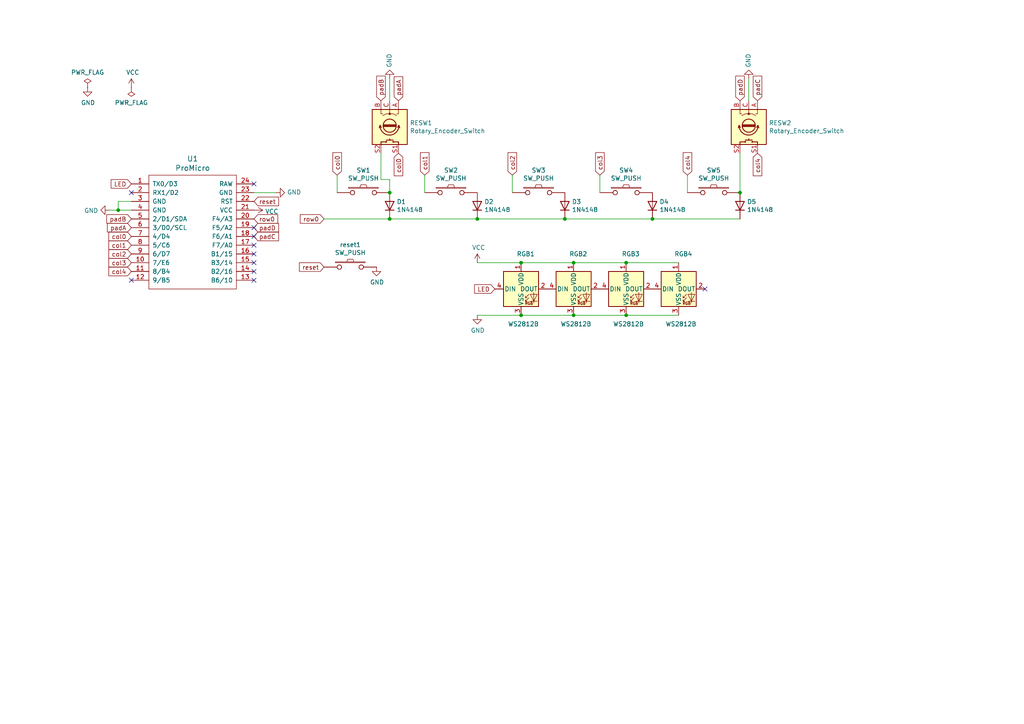
<source format=kicad_sch>
(kicad_sch (version 20230121) (generator eeschema)
  (paper "A4")
  (title_block (title "REVIUNG5") (date "2021-06-09") (rev "ver1.0"))
  (lib_symbols
    (symbol "Device:Rotary_Encoder_Switch" (pin_names (offset 0.254) hide)
      (property "Reference" "SW" (at 0 6.604 0))
      (property "Value" "Device_Rotary_Encoder_Switch" (at 0 -6.604 0))
      (symbol "Rotary_Encoder_Switch_0_1"
        (rectangle (start -5.08 5.08) (end 5.08 -5.08) (stroke (width 0.254)) (fill (type background)))
        (circle (center -3.81 0) (radius 0.254) (fill (type outline)))
        (arc (start -0.381 -2.794) (mid 2.3376 -0.0635) (end -0.381 2.667) (stroke (width 0.254)))
        (circle (center -0.381 0) (radius 1.905) (stroke (width 0.254)))
        (polyline (pts (xy -0.635 -1.778) (xy -0.635 1.778)) (stroke (width 0.254)))
        (polyline (pts (xy -0.381 -1.778) (xy -0.381 1.778)) (stroke (width 0.254)))
        (polyline (pts (xy -0.127 1.778) (xy -0.127 -1.778)) (stroke (width 0.254)))
        (polyline (pts (xy 3.81 0) (xy 3.429 0)) (stroke (width 0.254)))
        (polyline (pts (xy 3.81 1.016) (xy 3.81 -1.016)) (stroke (width 0.254)))
        (polyline (pts (xy -5.08 -2.54) (xy -3.81 -2.54) (xy -3.81 -2.032)))
        (polyline (pts (xy -5.08 2.54) (xy -3.81 2.54) (xy -3.81 2.032)))
        (polyline (pts (xy 0.254 -3.048) (xy -0.508 -2.794) (xy 0.127 -2.413)) (stroke (width 0.254)))
        (polyline (pts (xy 0.254 2.921) (xy -0.508 2.667) (xy 0.127 2.286)) (stroke (width 0.254)))
        (polyline (pts (xy 5.08 -2.54) (xy 4.318 -2.54) (xy 4.318 -1.016)) (stroke (width 0.254)))
        (polyline (pts (xy 5.08 2.54) (xy 4.318 2.54) (xy 4.318 1.016)) (stroke (width 0.254)))
        (polyline (pts (xy -5.08 0) (xy -3.81 0) (xy -3.81 -1.016) (xy -3.302 -2.032)))
        (polyline (pts (xy -4.318 0) (xy -3.81 0) (xy -3.81 1.016) (xy -3.302 2.032)))
        (circle (center 4.318 -1.016) (radius 0.127) (stroke (width 0.254)))
        (circle (center 4.318 1.016) (radius 0.127) (stroke (width 0.254)))
      )
      (symbol "Rotary_Encoder_Switch_1_1"
        (pin passive line (at -7.62 2.54 0) (length 2.54) (name "A") (number "A"))
        (pin passive line (at -7.62 -2.54 0) (length 2.54) (name "B") (number "B"))
        (pin passive line (at -7.62 0 0) (length 2.54) (name "C") (number "C"))
        (pin passive line (at 7.62 2.54 180) (length 2.54) (name "S1") (number "S1"))
        (pin passive line (at 7.62 -2.54 180) (length 2.54) (name "S2") (number "S2"))
      )
    )
    (symbol "Diode:1N4148" (pin_numbers hide) (pin_names hide)
      (property "Reference" "D" (at 0 2.54 0))
      (property "Value" "1N4148" (at 0 -2.54 0))
      (symbol "1N4148_0_1"
        (polyline (pts (xy -1.27 1.27) (xy -1.27 -1.27)) (stroke (width 0.254)))
        (polyline (pts (xy 1.27 0) (xy -1.27 0)))
        (polyline (pts (xy 1.27 1.27) (xy 1.27 -1.27) (xy -1.27 0) (xy 1.27 1.27)) (stroke (width 0.254)))
      )
      (symbol "1N4148_1_1"
        (pin passive line (at -3.81 0 0) (length 2.54) (name "K") (number "1"))
        (pin passive line (at 3.81 0 180) (length 2.54) (name "A") (number "2"))
      )
    )
    (symbol "LED:WS2812B" (pin_names (offset 0.254))
      (property "Reference" "D" (at 5.08 5.715 0))
      (property "Value" "WS2812B" (at 1.27 -5.715 0))
      (symbol "WS2812B_0_0"
        (text "RGB" (at 2.286 -4.191 0) (effects (font (size 0.762 0.762))))
      )
      (symbol "WS2812B_0_1"
        (polyline (pts (xy 1.27 -3.556) (xy 1.778 -3.556)))
        (polyline (pts (xy 1.27 -2.54) (xy 1.778 -2.54)))
        (polyline (pts (xy 4.699 -3.556) (xy 2.667 -3.556)))
        (polyline (pts (xy 2.286 -2.54) (xy 1.27 -3.556) (xy 1.27 -3.048)))
        (polyline (pts (xy 2.286 -1.524) (xy 1.27 -2.54) (xy 1.27 -2.032)))
        (polyline (pts (xy 3.683 -1.016) (xy 3.683 -3.556) (xy 3.683 -4.064)))
        (polyline (pts (xy 4.699 -1.524) (xy 2.667 -1.524) (xy 3.683 -3.556) (xy 4.699 -1.524)))
        (rectangle (start 5.08 5.08) (end -5.08 -5.08) (stroke (width 0.254)) (fill (type background)))
      )
      (symbol "WS2812B_1_1"
        (pin power_in line (at 0 7.62 270) (length 2.54) (name "VDD") (number "1"))
        (pin output line (at 7.62 0 180) (length 2.54) (name "DOUT") (number "2"))
        (pin power_in line (at 0 -7.62 90) (length 2.54) (name "VSS") (number "3"))
        (pin input line (at -7.62 0 0) (length 2.54) (name "DIN") (number "4"))
      )
    )
    (symbol "_reviung-kbd:ProMicro" (pin_names (offset 1.016))
      (property "Reference" "U" (at 0 24.13 0))
      (property "Value" "_reviung-kbd_ProMicro" (at 0 -13.97 0))
      (symbol "ProMicro_0_1"
        (rectangle (start -12.7 21.59) (end 12.7 -11.43))
      )
      (symbol "ProMicro_1_1"
        (pin bidirectional line (at -17.78 19.05 0) (length 5.08) (name "TX0/D3") (number "1"))
        (pin bidirectional line (at -17.78 -3.81 0) (length 5.08) (name "7/E6") (number "10"))
        (pin bidirectional line (at -17.78 -6.35 0) (length 5.08) (name "8/B4") (number "11"))
        (pin bidirectional line (at -17.78 -8.89 0) (length 5.08) (name "9/B5") (number "12"))
        (pin bidirectional line (at 17.78 -8.89 180) (length 5.08) (name "B6/10") (number "13"))
        (pin bidirectional line (at 17.78 -6.35 180) (length 5.08) (name "B2/16") (number "14"))
        (pin bidirectional line (at 17.78 -3.81 180) (length 5.08) (name "B3/14") (number "15"))
        (pin bidirectional line (at 17.78 -1.27 180) (length 5.08) (name "B1/15") (number "16"))
        (pin bidirectional line (at 17.78 1.27 180) (length 5.08) (name "F7/A0") (number "17"))
        (pin bidirectional line (at 17.78 3.81 180) (length 5.08) (name "F6/A1") (number "18"))
        (pin bidirectional line (at 17.78 6.35 180) (length 5.08) (name "F5/A2") (number "19"))
        (pin bidirectional line (at -17.78 16.51 0) (length 5.08) (name "RX1/D2") (number "2"))
        (pin bidirectional line (at 17.78 8.89 180) (length 5.08) (name "F4/A3") (number "20"))
        (pin power_in line (at 17.78 11.43 180) (length 5.08) (name "VCC") (number "21"))
        (pin input line (at 17.78 13.97 180) (length 5.08) (name "RST") (number "22"))
        (pin power_in line (at 17.78 16.51 180) (length 5.08) (name "GND") (number "23"))
        (pin power_out line (at 17.78 19.05 180) (length 5.08) (name "RAW") (number "24"))
        (pin power_in line (at -17.78 13.97 0) (length 5.08) (name "GND") (number "3"))
        (pin power_in line (at -17.78 11.43 0) (length 5.08) (name "GND") (number "4"))
        (pin bidirectional line (at -17.78 8.89 0) (length 5.08) (name "2/D1/SDA") (number "5"))
        (pin bidirectional line (at -17.78 6.35 0) (length 5.08) (name "3/D0/SCL") (number "6"))
        (pin bidirectional line (at -17.78 3.81 0) (length 5.08) (name "4/D4") (number "7"))
        (pin bidirectional line (at -17.78 1.27 0) (length 5.08) (name "5/C6") (number "8"))
        (pin bidirectional line (at -17.78 -1.27 0) (length 5.08) (name "6/D7") (number "9"))
      )
    )
    (symbol "_reviung-kbd:SW_PUSH" (pin_numbers hide) (pin_names (offset 1.016) hide)
      (property "Reference" "SW" (at 3.81 2.794 0))
      (property "Value" "_reviung-kbd_SW_PUSH" (at 0 -2.032 0))
      (symbol "SW_PUSH_0_1"
        (rectangle (start -4.318 1.27) (end 4.318 1.524))
        (polyline (pts (xy -1.016 1.524) (xy -0.762 2.286) (xy 0.762 2.286) (xy 1.016 1.524)))
        (pin passive inverted (at -7.62 0 0) (length 5.08) (name "1") (number "1"))
        (pin passive inverted (at 7.62 0 180) (length 5.08) (name "2") (number "2"))
      )
    )
    (symbol "power:GND" (power) (pin_names (offset 0))
      (property "Value" "GND" (at 0 -3.81 0))
      (symbol "GND_0_1"
        (polyline (pts (xy 0 0) (xy 0 -1.27) (xy 1.27 -1.27) (xy 0 -2.54) (xy -1.27 -1.27) (xy 0 -1.27)))
      )
      (symbol "GND_1_1"
        (pin power_in line (at 0 0 270) (length 0) hide (name "GND") (number "1"))
      )
    )
    (symbol "power:PWR_FLAG" (power) (pin_numbers hide) (pin_names (offset 0) hide)
      (property "Value" "PWR_FLAG" (at 0 3.81 0))
      (symbol "PWR_FLAG_0_0"
        (pin power_out line (at 0 0 90) (length 0) (name "pwr") (number "1"))
      )
      (symbol "PWR_FLAG_0_1"
        (polyline (pts (xy 0 0) (xy 0 1.27) (xy -1.016 1.905) (xy 0 2.54) (xy 1.016 1.905) (xy 0 1.27)))
      )
    )
    (symbol "power:VCC" (power) (pin_names (offset 0))
      (property "Value" "VCC" (at 0 3.81 0))
      (symbol "VCC_0_1"
        (polyline (pts (xy -0.762 1.27) (xy 0 2.54)))
        (polyline (pts (xy 0 0) (xy 0 2.54)))
        (polyline (pts (xy 0 2.54) (xy 0.762 1.27)))
      )
      (symbol "VCC_1_1"
        (pin power_in line (at 0 0 90) (length 0) hide (name "VCC") (number "1"))
      )
    )
  )
  (junction (at 166.37 76.2))
  (junction (at 34.29 60.96))
  (junction (at 163.83 63.5))
  (junction (at 151.13 76.2))
  (junction (at 181.61 91.44))
  (junction (at 214.63 55.88))
  (junction (at 113.03 63.5))
  (junction (at 138.43 63.5))
  (junction (at 113.03 55.88))
  (junction (at 181.61 76.2))
  (junction (at 151.13 91.44))
  (junction (at 166.37 91.44))
  (junction (at 189.23 63.5))
  (no_connect (at 73.66 66.04))
  (no_connect (at 73.66 68.58))
  (no_connect (at 73.66 71.12))
  (no_connect (at 204.47 83.82))
  (no_connect (at 73.66 81.28))
  (no_connect (at 38.1 55.88))
  (no_connect (at 38.1 81.28))
  (no_connect (at 73.66 73.66))
  (no_connect (at 73.66 78.74))
  (no_connect (at 73.66 53.34))
  (no_connect (at 73.66 76.2))
  (wire (pts (xy 113.03 63.5) (xy 138.43 63.5)))
  (wire (pts (xy 97.79 50.8) (xy 97.79 55.88)))
  (wire (pts (xy 196.85 91.44) (xy 181.61 91.44)))
  (wire (pts (xy 80.01 55.88) (xy 73.66 55.88)))
  (wire (pts (xy 181.61 76.2) (xy 166.37 76.2)))
  (wire (pts (xy 189.23 63.5) (xy 214.63 63.5)))
  (wire (pts (xy 181.61 91.44) (xy 166.37 91.44)))
  (wire (pts (xy 163.83 63.5) (xy 189.23 63.5)))
  (wire (pts (xy 151.13 91.44) (xy 138.43 91.44)))
  (wire (pts (xy 34.29 58.42) (xy 34.29 60.96)))
  (wire (pts (xy 113.03 22.86) (xy 113.03 29.21)))
  (wire (pts (xy 217.17 22.86) (xy 217.17 29.21)))
  (wire (pts (xy 110.49 52.07) (xy 113.03 52.07)))
  (wire (pts (xy 214.63 44.45) (xy 214.63 55.88)))
  (wire (pts (xy 38.1 58.42) (xy 34.29 58.42)))
  (wire (pts (xy 166.37 91.44) (xy 151.13 91.44)))
  (wire (pts (xy 151.13 76.2) (xy 138.43 76.2)))
  (wire (pts (xy 166.37 76.2) (xy 151.13 76.2)))
  (wire (pts (xy 199.39 50.8) (xy 199.39 55.88)))
  (wire (pts (xy 123.19 50.8) (xy 123.19 55.88)))
  (wire (pts (xy 93.98 63.5) (xy 113.03 63.5)))
  (wire (pts (xy 113.03 52.07) (xy 113.03 55.88)))
  (wire (pts (xy 38.1 60.96) (xy 34.29 60.96)))
  (wire (pts (xy 34.29 60.96) (xy 31.75 60.96)))
  (wire (pts (xy 110.49 44.45) (xy 110.49 52.07)))
  (wire (pts (xy 173.99 50.8) (xy 173.99 55.88)))
  (wire (pts (xy 138.43 63.5) (xy 163.83 63.5)))
  (wire (pts (xy 148.59 50.8) (xy 148.59 55.88)))
  (wire (pts (xy 196.85 76.2) (xy 181.61 76.2)))
  (global_label "col4" (shape input) (at 199.39 50.8 90) (property "Intersheetrefs" "${INTERSHEET_REFS}" (effects hide)))
  (global_label "col2" (shape input) (at 38.1 73.66 180) (property "Intersheetrefs" "${INTERSHEET_REFS}" (effects hide)))
  (global_label "padB" (shape input) (at 110.49 29.21 90) (property "Intersheetrefs" "${INTERSHEET_REFS}" (effects hide)))
  (global_label "reset" (shape input) (at 73.66 58.42 0) (property "Intersheetrefs" "${INTERSHEET_REFS}" (effects hide)))
  (global_label "reset" (shape input) (at 93.98 77.47 180) (property "Intersheetrefs" "${INTERSHEET_REFS}" (effects hide)))
  (global_label "row0" (shape input) (at 93.98 63.5 180) (property "Intersheetrefs" "${INTERSHEET_REFS}" (effects hide)))
  (global_label "col4" (shape input) (at 219.71 44.45 270) (property "Intersheetrefs" "${INTERSHEET_REFS}" (effects hide)))
  (global_label "padD" (shape input) (at 214.63 29.21 90) (property "Intersheetrefs" "${INTERSHEET_REFS}" (effects hide)))
  (global_label "col3" (shape input) (at 38.1 76.2 180) (property "Intersheetrefs" "${INTERSHEET_REFS}" (effects hide)))
  (global_label "col0" (shape input) (at 38.1 68.58 180) (property "Intersheetrefs" "${INTERSHEET_REFS}" (effects hide)))
  (global_label "padC" (shape input) (at 219.71 29.21 90) (property "Intersheetrefs" "${INTERSHEET_REFS}" (effects hide)))
  (global_label "col1" (shape input) (at 38.1 71.12 180) (property "Intersheetrefs" "${INTERSHEET_REFS}" (effects hide)))
  (global_label "LED" (shape input) (at 143.51 83.82 180) (property "Intersheetrefs" "${INTERSHEET_REFS}" (effects hide)))
  (global_label "col2" (shape input) (at 148.59 50.8 90) (property "Intersheetrefs" "${INTERSHEET_REFS}" (effects hide)))
  (global_label "col4" (shape input) (at 38.1 78.74 180) (property "Intersheetrefs" "${INTERSHEET_REFS}" (effects hide)))
  (global_label "padC" (shape input) (at 73.66 68.58 0) (property "Intersheetrefs" "${INTERSHEET_REFS}" (effects hide)))
  (global_label "col1" (shape input) (at 123.19 50.8 90) (property "Intersheetrefs" "${INTERSHEET_REFS}" (effects hide)))
  (global_label "col0" (shape input) (at 115.57 44.45 270) (property "Intersheetrefs" "${INTERSHEET_REFS}" (effects hide)))
  (global_label "LED" (shape input) (at 38.1 53.34 180) (property "Intersheetrefs" "${INTERSHEET_REFS}" (effects hide)))
  (global_label "padA" (shape input) (at 115.57 29.21 90) (property "Intersheetrefs" "${INTERSHEET_REFS}" (effects hide)))
  (global_label "padD" (shape input) (at 73.66 66.04 0) (property "Intersheetrefs" "${INTERSHEET_REFS}" (effects hide)))
  (global_label "row0" (shape input) (at 73.66 63.5 0) (property "Intersheetrefs" "${INTERSHEET_REFS}" (effects hide)))
  (global_label "col3" (shape input) (at 173.99 50.8 90) (property "Intersheetrefs" "${INTERSHEET_REFS}" (effects hide)))
  (global_label "padB" (shape input) (at 38.1 63.5 180) (property "Intersheetrefs" "${INTERSHEET_REFS}" (effects hide)))
  (global_label "col0" (shape input) (at 97.79 50.8 90) (property "Intersheetrefs" "${INTERSHEET_REFS}" (effects hide)))
  (global_label "padA" (shape input) (at 38.1 66.04 180) (property "Intersheetrefs" "${INTERSHEET_REFS}" (effects hide)))
  (symbol (lib_id "power:PWR_FLAG") (at 25.4 25.4 0) (unit 1)
    (property "Reference" "#FLG01" (effects hide))
    (property "Value" "PWR_FLAG" (at 25.4 21.0058 0))
  )
  (symbol (lib_id "power:GND") (at 25.4 25.4 0) (unit 1)
    (property "Reference" "#PWR03" (effects hide))
    (property "Value" "GND" (at 25.527 29.7942 0))
  )
  (symbol (lib_id "power:PWR_FLAG") (at 38.1 25.4 180) (unit 1)
    (property "Reference" "#FLG02" (effects hide))
    (property "Value" "PWR_FLAG" (at 38.1 29.7942 0))
  )
  (symbol (lib_id "power:VCC") (at 38.1 25.4 0) (unit 1)
    (property "Reference" "#PWR04" (effects hide))
    (property "Value" "VCC" (at 38.481 21.0058 0))
  )
  (symbol (lib_id "_reviung-kbd:ProMicro") (at 55.88 72.39 0) (unit 1)
    (property "Reference" "U1" (at 55.88 46.0502 0) (effects (font (size 1.524 1.524))))
    (property "Value" "ProMicro" (at 55.88 48.7426 0) (effects (font (size 1.524 1.524))))
    (property "Footprint" "_reviung-kbd:ProMicro" (effects hide))
  )
  (symbol (lib_id "_reviung-kbd:SW_PUSH") (at 101.6 77.47 0) (unit 1)
    (property "Reference" "reset1" (at 101.6 70.993 0))
    (property "Value" "SW_PUSH" (at 101.6 73.3044 0))
    (property "Footprint" "_reviung-kbd:ResetSW_TH_SMD" (effects hide))
  )
  (symbol (lib_id "power:GND") (at 31.75 60.96 270) (unit 1)
    (property "Reference" "#PWR07" (effects hide))
    (property "Value" "GND" (at 28.4988 61.087 90) (effects (justify right)))
  )
  (symbol (lib_id "power:GND") (at 80.01 55.88 90) (unit 1)
    (property "Reference" "#PWR06" (effects hide))
    (property "Value" "GND" (at 83.2612 55.753 90) (effects (justify right)))
  )
  (symbol (lib_id "power:VCC") (at 73.66 60.96 270) (unit 1)
    (property "Reference" "#PWR08" (effects hide))
    (property "Value" "VCC" (at 76.9112 61.341 90) (effects (justify left)))
  )
  (symbol (lib_id "Device:Rotary_Encoder_Switch") (at 113.03 36.83 270) (unit 1)
    (property "Reference" "RESW1" (at 118.872 35.6616 90) (effects (justify left)))
    (property "Value" "Rotary_Encoder_Switch" (at 118.872 37.973 90) (effects (justify left)))
    (property "Footprint" "Rotary_Encoder:RotaryEncoder_Alps_EC12E-Switch_Vertical_H20mm_CircularMountingHoles" (effects hide))
  )
  (symbol (lib_id "power:GND") (at 113.03 22.86 180) (unit 1)
    (property "Reference" "#PWR01" (effects hide))
    (property "Value" "GND" (at 112.903 19.6088 90) (effects (justify right)))
  )
  (symbol (lib_id "Device:Rotary_Encoder_Switch") (at 217.17 36.83 270) (unit 1)
    (property "Reference" "RESW2" (at 223.012 35.6616 90) (effects (justify left)))
    (property "Value" "Rotary_Encoder_Switch" (at 223.012 37.973 90) (effects (justify left)))
    (property "Footprint" "Rotary_Encoder:RotaryEncoder_Alps_EC12E-Switch_Vertical_H20mm_CircularMountingHoles" (effects hide))
  )
  (symbol (lib_id "power:GND") (at 217.17 22.86 180) (unit 1)
    (property "Reference" "#PWR02" (effects hide))
    (property "Value" "GND" (at 217.043 19.6088 90) (effects (justify right)))
  )
  (symbol (lib_id "_reviung-kbd:SW_PUSH") (at 105.41 55.88 0) (unit 1)
    (property "Reference" "SW1" (at 105.41 49.403 0))
    (property "Value" "SW_PUSH" (at 105.41 51.7144 0))
    (property "Footprint" "_reviung-kbd:MXOnly-1U-3pin" (effects hide))
  )
  (symbol (lib_id "Diode:1N4148") (at 113.03 59.69 90) (unit 1)
    (property "Reference" "D1" (at 115.062 58.5216 90) (effects (justify right)))
    (property "Value" "1N4148" (at 115.062 60.833 90) (effects (justify right)))
    (property "Footprint" "_reviung-kbd:D3_TH_SMD_1side" (effects hide))
    (property "Datasheet" "https://assets.nexperia.com/documents/data-sheet/1N4148_1N4448.pdf" (effects hide))
  )
  (symbol (lib_id "_reviung-kbd:SW_PUSH") (at 130.81 55.88 0) (unit 1)
    (property "Reference" "SW2" (at 130.81 49.403 0))
    (property "Value" "SW_PUSH" (at 130.81 51.7144 0))
    (property "Footprint" "_reviung-kbd:MXOnly-1U-NoLED" (effects hide))
  )
  (symbol (lib_id "Diode:1N4148") (at 138.43 59.69 90) (unit 1)
    (property "Reference" "D2" (at 140.462 58.5216 90) (effects (justify right)))
    (property "Value" "1N4148" (at 140.462 60.833 90) (effects (justify right)))
    (property "Footprint" "_reviung-kbd:D3_TH_SMD_1side" (effects hide))
    (property "Datasheet" "https://assets.nexperia.com/documents/data-sheet/1N4148_1N4448.pdf" (effects hide))
  )
  (symbol (lib_id "_reviung-kbd:SW_PUSH") (at 156.21 55.88 0) (unit 1)
    (property "Reference" "SW3" (at 156.21 49.403 0))
    (property "Value" "SW_PUSH" (at 156.21 51.7144 0))
    (property "Footprint" "_reviung-kbd:MXOnly-1U-NoLED" (effects hide))
  )
  (symbol (lib_id "Diode:1N4148") (at 163.83 59.69 90) (unit 1)
    (property "Reference" "D3" (at 165.862 58.5216 90) (effects (justify right)))
    (property "Value" "1N4148" (at 165.862 60.833 90) (effects (justify right)))
    (property "Footprint" "_reviung-kbd:D3_TH_SMD_1side" (effects hide))
    (property "Datasheet" "https://assets.nexperia.com/documents/data-sheet/1N4148_1N4448.pdf" (effects hide))
  )
  (symbol (lib_id "_reviung-kbd:SW_PUSH") (at 181.61 55.88 0) (unit 1)
    (property "Reference" "SW4" (at 181.61 49.403 0))
    (property "Value" "SW_PUSH" (at 181.61 51.7144 0))
    (property "Footprint" "_reviung-kbd:MXOnly-1U-NoLED" (effects hide))
  )
  (symbol (lib_id "Diode:1N4148") (at 189.23 59.69 90) (unit 1)
    (property "Reference" "D4" (at 191.262 58.5216 90) (effects (justify right)))
    (property "Value" "1N4148" (at 191.262 60.833 90) (effects (justify right)))
    (property "Footprint" "_reviung-kbd:D3_TH_SMD_1side" (effects hide))
    (property "Datasheet" "https://assets.nexperia.com/documents/data-sheet/1N4148_1N4448.pdf" (effects hide))
  )
  (symbol (lib_id "_reviung-kbd:SW_PUSH") (at 207.01 55.88 0) (unit 1)
    (property "Reference" "SW5" (at 207.01 49.403 0))
    (property "Value" "SW_PUSH" (at 207.01 51.7144 0))
    (property "Footprint" "_reviung-kbd:MXOnly-1U-3pin" (effects hide))
  )
  (symbol (lib_id "Diode:1N4148") (at 214.63 59.69 90) (unit 1)
    (property "Reference" "D5" (at 216.662 58.5216 90) (effects (justify right)))
    (property "Value" "1N4148" (at 216.662 60.833 90) (effects (justify right)))
    (property "Footprint" "_reviung-kbd:D3_TH_SMD_1side" (effects hide))
    (property "Datasheet" "https://assets.nexperia.com/documents/data-sheet/1N4148_1N4448.pdf" (effects hide))
  )
  (symbol (lib_id "power:GND") (at 109.22 77.47 0) (unit 1)
    (property "Reference" "#PWR010" (effects hide))
    (property "Value" "GND" (at 109.347 81.8642 0))
  )
  (symbol (lib_id "LED:WS2812B") (at 151.13 83.82 0) (unit 1)
    (property "Reference" "RGB1" (at 149.86 73.66 0) (effects (justify left)))
    (property "Value" "WS2812B" (at 147.32 93.98 0) (effects (justify left)))
    (property "Footprint" "_reviung-kbd:LED_WS2812B_PLCC4_5.0x5.0mm_P3.2mm" (effects hide))
    (property "Datasheet" "https://cdn-shop.adafruit.com/datasheets/WS2812B.pdf" (effects hide))
  )
  (symbol (lib_id "LED:WS2812B") (at 166.37 83.82 0) (unit 1)
    (property "Reference" "RGB2" (at 165.1 73.66 0) (effects (justify left)))
    (property "Value" "WS2812B" (at 162.56 93.98 0) (effects (justify left)))
    (property "Footprint" "_reviung-kbd:LED_WS2812B_PLCC4_5.0x5.0mm_P3.2mm" (effects hide))
    (property "Datasheet" "https://cdn-shop.adafruit.com/datasheets/WS2812B.pdf" (effects hide))
  )
  (symbol (lib_id "LED:WS2812B") (at 181.61 83.82 0) (unit 1)
    (property "Reference" "RGB3" (at 180.34 73.66 0) (effects (justify left)))
    (property "Value" "WS2812B" (at 177.8 93.98 0) (effects (justify left)))
    (property "Footprint" "_reviung-kbd:LED_WS2812B_PLCC4_5.0x5.0mm_P3.2mm" (effects hide))
    (property "Datasheet" "https://cdn-shop.adafruit.com/datasheets/WS2812B.pdf" (effects hide))
  )
  (symbol (lib_id "LED:WS2812B") (at 196.85 83.82 0) (unit 1)
    (property "Reference" "RGB4" (at 195.58 73.66 0) (effects (justify left)))
    (property "Value" "WS2812B" (at 193.04 93.98 0) (effects (justify left)))
    (property "Footprint" "_reviung-kbd:LED_WS2812B_PLCC4_5.0x5.0mm_P3.2mm" (effects hide))
    (property "Datasheet" "https://cdn-shop.adafruit.com/datasheets/WS2812B.pdf" (effects hide))
  )
  (symbol (lib_id "power:VCC") (at 138.43 76.2 0) (unit 1)
    (property "Reference" "#PWR09" (effects hide))
    (property "Value" "VCC" (at 138.811 71.8058 0))
  )
  (symbol (lib_id "power:GND") (at 138.43 91.44 0) (unit 1)
    (property "Reference" "#PWR011" (effects hide))
    (property "Value" "GND" (at 138.557 95.8342 0))
  )
)
</source>
